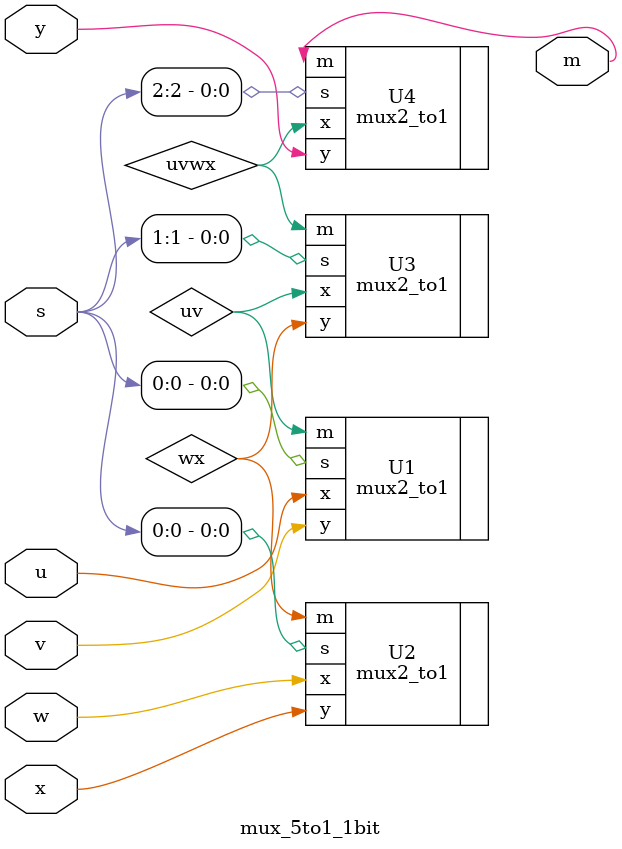
<source format=v>

module mux_5to1_1bit(s,u,v,w,x,y,m);
	input u,v,w,x,y;
	input [2:0] s;
	output m;
	
	wire uv,wx,uvwx;
	
	mux2_to1 U1(.x(u),.y(v),.s(s[0]),.m(uv));
	mux2_to1 U2(.x(w),.y(x),.s(s[0]),.m(wx));
	mux2_to1 U3(.x(uv),.y(wx),.s(s[1]),.m(uvwx));
	mux2_to1 U4 (.x(uvwx),.y(y),.s(s[2]),.m(m));
	
endmodule
	

</source>
